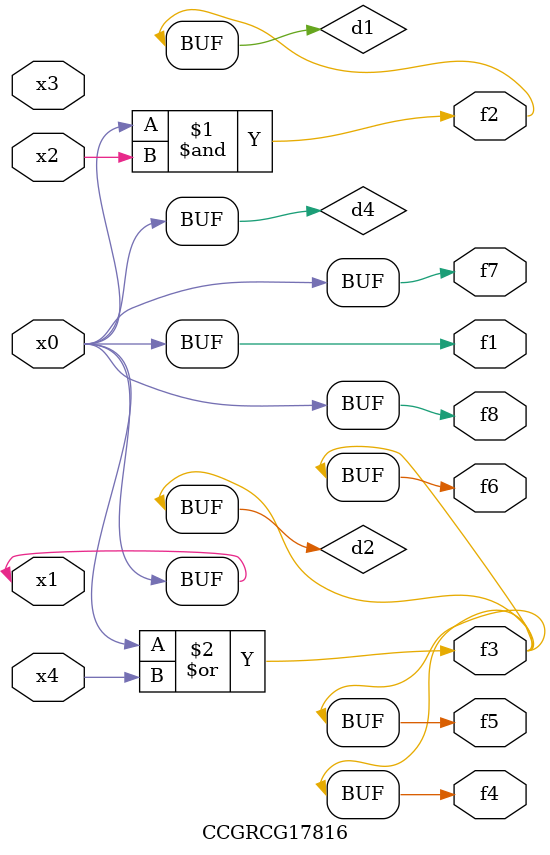
<source format=v>
module CCGRCG17816(
	input x0, x1, x2, x3, x4,
	output f1, f2, f3, f4, f5, f6, f7, f8
);

	wire d1, d2, d3, d4;

	and (d1, x0, x2);
	or (d2, x0, x4);
	nand (d3, x0, x2);
	buf (d4, x0, x1);
	assign f1 = d4;
	assign f2 = d1;
	assign f3 = d2;
	assign f4 = d2;
	assign f5 = d2;
	assign f6 = d2;
	assign f7 = d4;
	assign f8 = d4;
endmodule

</source>
